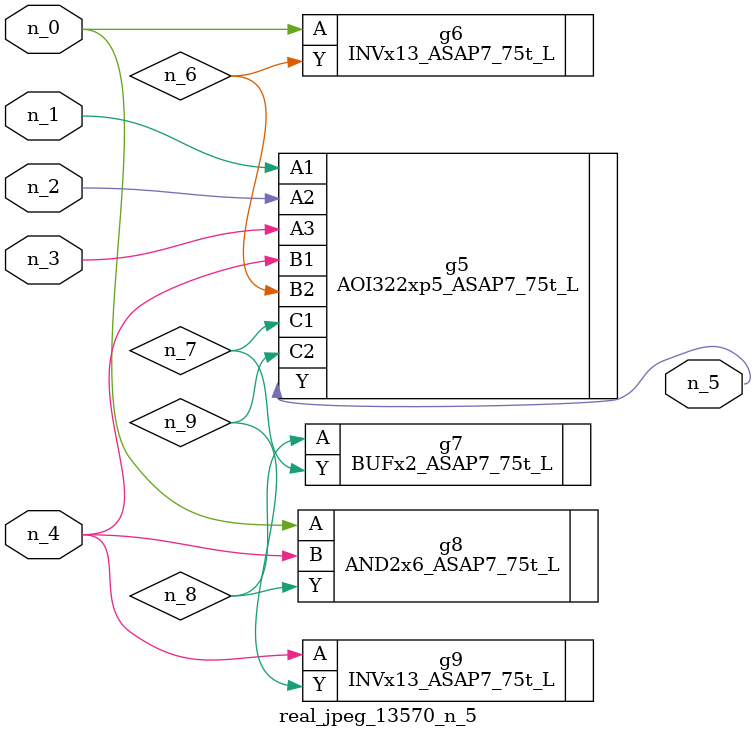
<source format=v>
module real_jpeg_13570_n_5 (n_4, n_0, n_1, n_2, n_3, n_5);

input n_4;
input n_0;
input n_1;
input n_2;
input n_3;

output n_5;

wire n_8;
wire n_6;
wire n_7;
wire n_9;

INVx13_ASAP7_75t_L g6 ( 
.A(n_0),
.Y(n_6)
);

AND2x6_ASAP7_75t_L g8 ( 
.A(n_0),
.B(n_4),
.Y(n_8)
);

AOI322xp5_ASAP7_75t_L g5 ( 
.A1(n_1),
.A2(n_2),
.A3(n_3),
.B1(n_4),
.B2(n_6),
.C1(n_7),
.C2(n_9),
.Y(n_5)
);

INVx13_ASAP7_75t_L g9 ( 
.A(n_4),
.Y(n_9)
);

BUFx2_ASAP7_75t_L g7 ( 
.A(n_8),
.Y(n_7)
);


endmodule
</source>
